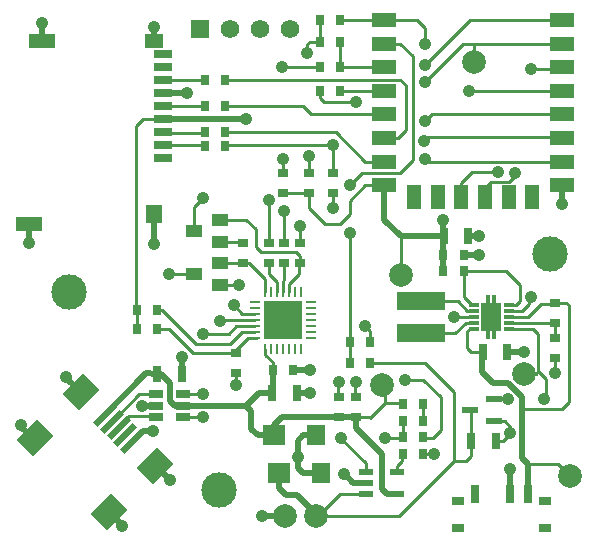
<source format=gtl>
%FSLAX33Y33*%
%MOMM*%
%AMRect-W670710-H870710-RO0.500*
21,1,0.67071,0.87071,0.,0.,270*%
%AMRect-W1500000-H4000000-RO1.500*
21,1,1.5,4.,0.,0.,90*%
%AMRect-W670710-H870710-RO1.000*
21,1,0.67071,0.87071,0.,0.,180*%
%AMRect-W1400000-H1000000-RO1.000*
21,1,1.4,1.,0.,0.,180*%
%AMRect-W670710-H870710-RO1.500*
21,1,0.67071,0.87071,0.,0.,90*%
%AMRect-W700000-H1600000-RO1.500*
21,1,0.7,1.6,0.,0.,90*%
%AMRect-W1200000-H1600000-RO0.500*
21,1,1.2,1.6,0.,0.,270*%
%AMRect-W1600000-H1400000-RO0.500*
21,1,1.6,1.4,0.,0.,270*%
%AMRect-W1200000-H2200000-RO0.500*
21,1,1.2,2.2,0.,0.,270*%
%AMRect-W280000-H850000-RO0.500*
21,1,0.28,0.85,0.,0.,270*%
%AMRect-W2400000-H1650000-RO0.500*
21,1,2.4,1.65,0.,0.,270*%
%AMRect-W700000-H280000-RO0.500*
21,1,0.7,0.28,0.,0.,270*%
%AMRect-W1280000-H550000-RO1.000*
21,1,1.28,0.55,0.,0.,180*%
%AMRect-W1520000-H1680000-RO1.000*
21,1,1.52,1.68,0.,0.,180*%
%AMRect-W1880000-H1680000-RO1.000*
21,1,1.88,1.68,0.,0.,180*%
%AMRect-W2300000-H500000-RO1.750*
21,1,2.3,0.5,0.,0.,45*%
%AMRect-W2500000-H2000000-RO1.750*
21,1,2.5,2.,0.,0.,45*%
%AMRect-W600000-H1200000-RO0.500*
21,1,0.6,1.2,0.,0.,270*%
%ADD10C,0.254*%
%ADD11C,0.508*%
%ADD12C,1.0668*%
%ADD13Rect-W670710-H870710-RO0.500*%
%ADD14Rect-W1500000-H4000000-RO1.500*%
%ADD15R,0.67071X0.87071*%
%ADD16Rect-W670710-H870710-RO1.000*%
%ADD17R,0.67071X1.32071*%
%ADD18Rect-W1400000-H1000000-RO1.000*%
%ADD19R,1.57X1.57*%
%ADD20C,1.57*%
%ADD21Rect-W670710-H870710-RO1.500*%
%ADD22C,2.*%
%ADD23Rect-W700000-H1600000-RO1.500*%
%ADD24Rect-W1200000-H1600000-RO0.500*%
%ADD25Rect-W1600000-H1400000-RO0.500*%
%ADD26Rect-W1200000-H2200000-RO0.500*%
%ADD27C,3.*%
%ADD28R,0.7X1.5*%
%ADD29R,1.X0.8*%
%ADD30R,1.22X0.62*%
%ADD31C,0.6*%
%ADD32Rect-W280000-H850000-RO0.500*%
%ADD33Rect-W2400000-H1650000-RO0.500*%
%ADD34Rect-W700000-H280000-RO0.500*%
%ADD35Rect-W1280000-H550000-RO1.000*%
%ADD36Rect-W1520000-H1680000-RO1.000*%
%ADD37Rect-W1880000-H1680000-RO1.000*%
%ADD38Rect-W2300000-H500000-RO1.750*%
%ADD39Rect-W2500000-H2000000-RO1.750*%
%ADD40Rect-W600000-H1200000-RO0.500*%
%ADD41R,2.X1.2*%
%ADD42R,1.2X2.*%
%ADD43R,0.9X0.25*%
%ADD44R,0.25X0.9*%
%ADD45R,3.25X3.25*%
D10*
%LNtop copper_traces*%
G01*
X35675Y34150D02*
X35300Y33775D01*
X20250Y27110D02*
X21050Y26310D01*
D11*
X12450Y27610D02*
X12450Y25075D01*
D10*
X31990Y8644D02*
X33440Y8644D01*
X19400Y14110D02*
X19400Y13135D01*
X42150Y10050D02*
X42600Y9600D01*
D11*
X20200Y11375D02*
X21300Y12475D01*
X23625Y3775D02*
X24554Y3775D01*
D10*
X24460Y24350D02*
X24785Y24025D01*
D11*
X1850Y26710D02*
X1850Y25175D01*
D10*
X35350Y42025D02*
X35350Y42025D01*
X21850Y15650D02*
X22475Y15025D01*
X46950Y34150D02*
X35675Y34150D01*
D11*
X13200Y37810D02*
X15200Y37810D01*
D10*
X25535Y28140D02*
X26925Y26750D01*
X33169Y2015D02*
X37850Y6696D01*
X28179Y40025D02*
X31750Y40025D01*
X31950Y34025D02*
X33100Y34025D01*
X21850Y16200D02*
X21850Y15650D01*
D11*
X14799Y14065D02*
X14799Y15475D01*
X22475Y14375D02*
X22475Y12535D01*
D10*
X18050Y25210D02*
X19950Y25210D01*
X44085Y18875D02*
X45225Y20015D01*
X31991Y11580D02*
X33350Y11580D01*
D11*
X8620Y2351D02*
X9696Y1275D01*
X29325Y4829D02*
X28604Y5550D01*
D10*
X36700Y12100D02*
X35250Y13550D01*
X29025Y14900D02*
X29025Y16635D01*
X15960Y16600D02*
X18890Y16600D01*
X39175Y17875D02*
X38975Y17675D01*
D11*
X32150Y3879D02*
X32964Y3879D01*
X25050Y5669D02*
X26470Y5669D01*
D10*
X36700Y9269D02*
X36075Y8644D01*
X13200Y34425D02*
X16679Y34425D01*
X28200Y3879D02*
X30344Y3879D01*
X31950Y36025D02*
X25690Y36025D01*
X23475Y22036D02*
X23475Y23475D01*
X24785Y24025D02*
X24785Y23535D01*
X23475Y25210D02*
X23475Y27828D01*
X31950Y32025D02*
X30325Y32025D01*
X33475Y10080D02*
X33475Y8680D01*
X13200Y33410D02*
X16679Y33410D01*
X33275Y31075D02*
X34350Y32150D01*
X28046Y12265D02*
X28046Y13335D01*
X19925Y19100D02*
X19175Y19850D01*
X13200Y36710D02*
X16765Y36710D01*
X29010Y16925D02*
X29025Y16635D01*
X44375Y39875D02*
X46950Y39875D01*
D11*
X2950Y42210D02*
X2950Y43750D01*
X24475Y12400D02*
X25675Y12400D01*
D10*
X29475Y12215D02*
X29475Y13247D01*
X13090Y19471D02*
X12699Y19471D01*
X37850Y6696D02*
X37850Y12525D01*
X39500Y17875D02*
X39175Y17875D01*
X41215Y10050D02*
X42150Y10050D01*
X37960Y17485D02*
X35025Y17485D01*
X22850Y21000D02*
X22850Y21865D01*
X18775Y17475D02*
X19400Y18100D01*
X20356Y17094D02*
X19463Y16200D01*
X25375Y41950D02*
X25375Y41221D01*
D11*
X13799Y11801D02*
X14225Y11375D01*
X24600Y6119D02*
X25050Y5669D01*
D10*
X38600Y42025D02*
X35350Y38775D01*
X33100Y34025D02*
X33775Y34700D01*
X33275Y31075D02*
X30060Y31075D01*
X18050Y21575D02*
X19625Y21575D01*
X46950Y32025D02*
X35600Y32025D01*
X40996Y30325D02*
X42450Y30325D01*
X17625Y17475D02*
X16550Y17475D01*
D11*
X20675Y9400D02*
X20675Y10900D01*
D10*
X10352Y10448D02*
X12624Y10448D01*
X13090Y19471D02*
X15960Y16600D01*
X47550Y19875D02*
X47550Y11675D01*
X38675Y22725D02*
X42275Y22725D01*
X44375Y39875D02*
X44375Y39875D01*
X25690Y36025D02*
X25065Y36700D01*
X26375Y40025D02*
X23304Y40025D01*
X23850Y21650D02*
X24725Y22525D01*
D11*
X13034Y14065D02*
X13799Y13300D01*
D10*
X47625Y5400D02*
X46635Y6390D01*
X35175Y11500D02*
X35175Y10080D01*
X22165Y22550D02*
X22165Y23471D01*
X45225Y20015D02*
X46340Y20015D01*
X28179Y42190D02*
X28179Y40104D01*
D11*
X43590Y12085D02*
X42400Y13275D01*
D10*
X42450Y19375D02*
X43560Y19375D01*
X22165Y22550D02*
X22850Y21865D01*
X43725Y14025D02*
X44740Y14025D01*
X42450Y18375D02*
X46375Y18375D01*
X19400Y15825D02*
X19400Y16200D01*
D11*
X21300Y12475D02*
X22225Y12475D01*
D10*
X46950Y38025D02*
X39125Y38025D01*
D11*
X20675Y9400D02*
X21200Y8875D01*
X42360Y15925D02*
X43725Y15925D01*
D10*
X30365Y6487D02*
X28296Y8556D01*
X38165Y20185D02*
X35025Y20185D01*
X33350Y25725D02*
X33350Y22450D01*
D11*
X29535Y9450D02*
X31700Y7285D01*
D10*
X36075Y8644D02*
X35175Y8644D01*
X35600Y32025D02*
X35350Y32275D01*
X46850Y36025D02*
X35950Y36025D01*
X26479Y37425D02*
X26829Y37075D01*
X41600Y31225D02*
X41600Y31300D01*
D11*
X24600Y6119D02*
X24600Y8400D01*
X16675Y11375D02*
X14225Y11375D01*
D10*
X19890Y17600D02*
X20950Y17600D01*
D11*
X11781Y14090D02*
X12624Y14065D01*
X46950Y30025D02*
X46950Y28450D01*
D10*
X17950Y23475D02*
X20500Y23475D01*
X28185Y38025D02*
X31950Y38025D01*
X18475Y34500D02*
X27850Y34500D01*
X35350Y42025D02*
X35350Y43350D01*
X27575Y31075D02*
X27575Y33410D01*
X35375Y15000D02*
X30900Y15000D01*
X11483Y35610D02*
X10950Y35077D01*
D11*
X41100Y13275D02*
X40200Y14175D01*
D10*
X42450Y19875D02*
X43075Y19875D01*
X35175Y7259D02*
X36175Y7259D01*
X45620Y13625D02*
X45620Y12085D01*
X39525Y40425D02*
X39525Y42025D01*
X42450Y30325D02*
X42975Y30850D01*
X25535Y28140D02*
X25535Y29350D01*
X26479Y38025D02*
X26479Y37425D01*
X24785Y26610D02*
X24785Y26610D01*
X26116Y2015D02*
X33169Y2015D01*
X21850Y22121D02*
X21850Y21000D01*
X42275Y22725D02*
X43425Y21575D01*
D11*
X38640Y24125D02*
X39950Y24125D01*
D10*
X29010Y25975D02*
X28985Y25950D01*
X47350Y20075D02*
X47550Y19875D01*
X26479Y42190D02*
X26479Y44025D01*
D11*
X33350Y25725D02*
X31950Y27125D01*
D10*
X30060Y31075D02*
X29010Y30025D01*
X46950Y11075D02*
X43590Y11075D01*
X15750Y15825D02*
X19025Y15825D01*
X46375Y17060D02*
X46375Y18375D01*
X42275Y6000D02*
X42600Y6000D01*
X46375Y20075D02*
X47350Y20075D01*
X39250Y7075D02*
X39250Y10935D01*
X38850Y18375D02*
X37960Y17485D01*
X29010Y25975D02*
X29010Y16925D01*
X41950Y8350D02*
X42600Y9000D01*
D11*
X31950Y27125D02*
X31950Y29900D01*
D10*
X39175Y44025D02*
X35350Y40200D01*
X18890Y16600D02*
X19890Y17600D01*
X18750Y18600D02*
X20950Y18600D01*
X33775Y34700D02*
X33775Y38475D01*
X44980Y17396D02*
X44980Y14265D01*
X39500Y18875D02*
X37875Y18875D01*
D11*
X8306Y10614D02*
X11781Y14090D01*
D10*
X23350Y21000D02*
X23350Y21911D01*
X44501Y17875D02*
X44980Y17396D01*
D11*
X29535Y9450D02*
X29535Y10284D01*
X2150Y8645D02*
X1194Y9600D01*
D10*
X38450Y30240D02*
X38450Y29025D01*
D11*
X24554Y3775D02*
X26116Y2213D01*
D10*
X29010Y28721D02*
X29010Y27575D01*
X35350Y43350D02*
X34675Y44025D01*
X14924Y12325D02*
X16550Y12325D01*
X39385Y31175D02*
X41600Y31175D01*
X23365Y31050D02*
X23365Y32290D01*
X23275Y29350D02*
X25535Y29350D01*
D11*
X39050Y25725D02*
X39950Y25725D01*
D10*
X26829Y37075D02*
X29500Y37075D01*
X15850Y28225D02*
X16550Y28925D01*
X44980Y14265D02*
X45620Y13625D01*
D11*
X36940Y22725D02*
X36940Y27060D01*
D10*
X30710Y16790D02*
X30710Y17690D01*
X15850Y26325D02*
X15850Y28225D01*
X42975Y31075D02*
X42975Y30950D01*
X46950Y44025D02*
X39175Y44025D01*
X38871Y6696D02*
X39250Y7075D01*
X43075Y19875D02*
X43425Y20225D01*
X33775Y38475D02*
X33275Y38975D01*
X43560Y19375D02*
X44200Y20015D01*
X31990Y8644D02*
X32025Y8680D01*
D11*
X24179Y14375D02*
X25675Y14375D01*
D10*
X39500Y18375D02*
X38850Y18375D01*
X29010Y28721D02*
X30315Y30025D01*
X25535Y31050D02*
X25535Y32500D01*
D11*
X40200Y14175D02*
X40200Y15925D01*
D10*
X28200Y3900D02*
X26315Y2015D01*
D11*
X13100Y35610D02*
X20215Y35610D01*
D10*
X33440Y6696D02*
X32994Y6250D01*
X46950Y42025D02*
X38600Y42025D01*
X43425Y21575D02*
X43425Y20225D01*
X18275Y33410D02*
X27560Y33410D01*
X44200Y20599D02*
X44501Y20900D01*
X31950Y30025D02*
X30315Y30025D01*
X32994Y6250D02*
X32994Y5788D01*
X39385Y31175D02*
X38450Y30240D01*
X25615Y42190D02*
X25375Y41950D01*
X42600Y9600D02*
X42600Y9000D01*
X29010Y27575D02*
X28185Y26750D01*
X23350Y21911D02*
X23475Y22036D01*
X18050Y27110D02*
X20250Y27110D01*
X30755Y10365D02*
X29495Y10365D01*
X27575Y29350D02*
X27575Y28075D01*
D11*
X23019Y5489D02*
X23019Y4381D01*
X23521Y2015D02*
X21550Y2015D01*
D10*
X17625Y17475D02*
X18775Y17475D01*
X9362Y9458D02*
X10352Y10448D01*
D11*
X44100Y3775D02*
X44100Y6390D01*
D10*
X14924Y10425D02*
X16550Y10425D01*
X39300Y15925D02*
X38950Y16275D01*
X25065Y36700D02*
X18435Y36700D01*
D11*
X23236Y10376D02*
X22575Y9715D01*
X11463Y9225D02*
X12332Y9225D01*
D10*
X39350Y19875D02*
X38675Y20550D01*
X18025Y18575D02*
X18050Y18600D01*
X30710Y17690D02*
X30300Y18100D01*
X44740Y14025D02*
X44980Y14265D01*
X20356Y17094D02*
X21169Y17094D01*
X20500Y23471D02*
X21850Y22121D01*
D11*
X21200Y8875D02*
X22575Y8875D01*
D10*
X15850Y22525D02*
X13675Y22525D01*
X40200Y15925D02*
X39300Y15925D01*
D11*
X16675Y11375D02*
X20200Y11375D01*
D10*
X13250Y38910D02*
X16765Y38910D01*
X21525Y24350D02*
X24460Y24350D01*
X8867Y10023D02*
X11169Y12325D01*
X21050Y24825D02*
X21525Y24350D01*
X30365Y5788D02*
X30365Y6487D01*
X45486Y11950D02*
X45620Y12085D01*
D11*
X31700Y4329D02*
X31700Y7285D01*
D10*
X30325Y32025D02*
X27850Y34500D01*
X36700Y9269D02*
X36700Y12100D01*
X47550Y11675D02*
X46950Y11075D01*
X37850Y6696D02*
X38871Y6696D01*
X44100Y6390D02*
X46635Y6390D01*
D11*
X20200Y11375D02*
X20675Y10900D01*
X25075Y8875D02*
X24600Y8400D01*
D10*
X38675Y20550D02*
X38675Y22690D01*
D11*
X43590Y6900D02*
X43590Y12085D01*
D10*
X18750Y18600D02*
X18050Y18600D01*
X28185Y26750D02*
X26925Y26750D01*
X40550Y29025D02*
X40550Y29879D01*
D11*
X30250Y4829D02*
X29325Y4829D01*
X12699Y14065D02*
X13034Y14065D01*
D10*
X33275Y42025D02*
X34350Y40950D01*
X31990Y11580D02*
X31990Y13076D01*
X41215Y11950D02*
X42400Y11950D01*
X10950Y19520D02*
X10950Y35077D01*
D11*
X6215Y12534D02*
X5174Y13575D01*
D10*
X31750Y42025D02*
X33275Y42025D01*
D11*
X12624Y11375D02*
X11450Y11375D01*
X12450Y42210D02*
X12450Y43450D01*
D10*
X19400Y18100D02*
X20950Y18100D01*
X21050Y26310D02*
X21050Y24825D01*
X11169Y12325D02*
X12624Y12325D01*
X13729Y17846D02*
X15750Y15825D01*
X39500Y19375D02*
X38975Y19375D01*
X46375Y15360D02*
X46375Y14150D01*
X13729Y17846D02*
X12699Y17846D01*
D11*
X13799Y13300D02*
X13799Y11801D01*
X42400Y13275D02*
X41100Y13275D01*
D10*
X35950Y36025D02*
X35350Y35425D01*
D11*
X23019Y4381D02*
X23625Y3775D01*
D10*
X10999Y17846D02*
X10999Y19422D01*
D11*
X44100Y6390D02*
X43590Y6900D01*
X33350Y25725D02*
X36940Y25725D01*
D10*
X42450Y18875D02*
X44085Y18875D01*
X34350Y32150D02*
X34350Y40950D01*
X30755Y10344D02*
X31991Y11580D01*
X33275Y38975D02*
X24134Y38975D01*
X24785Y26610D02*
X24785Y25210D01*
X35375Y15000D02*
X37850Y12525D01*
X33440Y7285D02*
X33440Y6696D01*
X28179Y44025D02*
X34675Y44025D01*
X20950Y19100D02*
X19925Y19100D01*
D11*
X23236Y10376D02*
X29536Y10376D01*
D10*
X44200Y20015D02*
X44200Y20599D01*
X18475Y38910D02*
X24069Y38910D01*
X40550Y29879D02*
X40996Y30325D01*
D11*
X22575Y8875D02*
X22575Y9715D01*
D10*
X22475Y15025D02*
X22475Y14375D01*
X25535Y32500D02*
X25535Y32500D01*
X33715Y13550D02*
X35250Y13550D01*
X41350Y8350D02*
X41950Y8350D01*
D11*
X31700Y4329D02*
X32150Y3879D01*
X12624Y6240D02*
X13814Y5050D01*
D10*
X23850Y21000D02*
X23850Y21650D01*
X13100Y35610D02*
X11483Y35610D01*
X22165Y25175D02*
X22165Y28621D01*
X24725Y22525D02*
X24725Y23415D01*
D11*
X10564Y8326D02*
X11463Y9225D01*
X42600Y4050D02*
X42600Y6000D01*
X25075Y8875D02*
X26155Y8875D01*
D10*
X42450Y17875D02*
X44501Y17875D01*
X26479Y42190D02*
X25615Y42190D01*
X38975Y19375D02*
X38165Y20185D01*
X38950Y16275D02*
X38950Y17650D01*
D12*
X35350Y32275D03*
X33715Y13550D03*
X43725Y15925D03*
X19175Y19850D03*
X22850Y17850D03*
X35350Y38775D03*
X42975Y31075D03*
X13675Y22525D03*
X22160Y28750D03*
X23475Y27828D03*
X25375Y41221D03*
X11450Y11375D03*
X19625Y21575D03*
X28296Y8644D03*
X19400Y13135D03*
X12450Y43450D03*
X29535Y13375D03*
X1850Y25175D03*
X29010Y25975D03*
X24785Y26610D03*
X25675Y14375D03*
X18025Y18575D03*
X16550Y28925D03*
X45486Y11950D03*
X35350Y40200D03*
X5025Y13750D03*
X21550Y2015D03*
X31990Y8644D03*
X23850Y19100D03*
X23850Y17850D03*
X14799Y15475D03*
X25535Y32500D03*
X42600Y9010D03*
X35300Y33775D03*
X36940Y27060D03*
X16550Y10425D03*
X16550Y12325D03*
X12332Y9225D03*
X2950Y43750D03*
X25675Y12400D03*
X30300Y18100D03*
X39950Y25725D03*
X42600Y6000D03*
X39125Y38025D03*
X22850Y19100D03*
X16550Y17475D03*
X23365Y32290D03*
X36175Y7259D03*
X44375Y20599D03*
X23304Y40025D03*
X13814Y5050D03*
X27575Y33410D03*
X37875Y18875D03*
X46375Y14150D03*
X46950Y28450D03*
X39950Y24125D03*
X35350Y42025D03*
X28517Y5550D03*
X1150Y9750D03*
X35350Y35425D03*
X12450Y25075D03*
X9750Y1200D03*
X27575Y28075D03*
X15200Y37810D03*
X44375Y39875D03*
X28081Y13375D03*
X41600Y31175D03*
X24600Y7050D03*
X29500Y37075D03*
X20215Y35610D03*
X42400Y11950D03*
X29010Y30025D03*
%LNtop copper component 0f6bbc825d3b9acc*%
D13*
X46375Y20050D03*
X46375Y18350D03*
%LNtop copper component b5f7dfc42feccbac*%
D14*
X35025Y17485D03*
X35025Y20185D03*
%LNtop copper component 486ebf370a6266ad*%
D15*
X26479Y44025D03*
X28179Y44025D03*
%LNtop copper component d38d5b245d314990*%
D16*
X18465Y34510D03*
X16765Y34510D03*
%LNtop copper component f6f6c710f3d5fc34*%
D17*
X22415Y12475D03*
X24515Y12475D03*
%LNtop copper component cb9ffe53114e7353*%
D18*
X18050Y25210D03*
X18050Y27110D03*
X15850Y26160D03*
%LNtop copper component 67c3e5d30430499a*%
D13*
X22160Y25175D03*
X22160Y23475D03*
%LNtop copper component 076615648775bf88*%
D17*
X40260Y15925D03*
X42360Y15925D03*
%LNtop copper component cca6af50c4a98013*%
D15*
X33475Y7259D03*
X35175Y7259D03*
%LNtop copper component 715ed7d0b1d3afca*%
D18*
X18050Y21575D03*
X18050Y23475D03*
X15850Y22525D03*
%LNtop copper component ac8baea792a2aaac*%
D19*
X16315Y43275D03*
D20*
X18855Y43275D03*
X21395Y43275D03*
X23935Y43275D03*
%LNtop copper component 9d8acad3d9d6a0d6*%
D21*
X23365Y29350D03*
X23365Y31050D03*
%LNtop copper component 03c325690ca4418d*%
D22*
X47625Y5400D03*
%LNtop copper component 40ec898d0e2ff914*%
X31700Y13076D03*
%LNtop copper component bae0712a27b4ea41*%
D15*
X33475Y8680D03*
X35175Y8680D03*
%LNtop copper component 63a34d2486bad1c4*%
D13*
X27575Y31050D03*
X27575Y29350D03*
%LNtop copper component e9e38080a465162a*%
D21*
X29535Y10365D03*
X29535Y12065D03*
%LNtop copper component 40d403f1b58e725a*%
X25535Y29350D03*
X25535Y31050D03*
%LNtop copper component eebbd8b22b528fb9*%
D23*
X13200Y32310D03*
X13200Y33410D03*
X13200Y34510D03*
X13200Y35610D03*
X13200Y36710D03*
X13200Y37810D03*
X13200Y38910D03*
X13200Y40010D03*
X13200Y41110D03*
D24*
X12450Y42210D03*
D25*
X12450Y27610D03*
D26*
X2950Y42210D03*
X1850Y26710D03*
%LNtop copper component 7a5c382ed73f7f01*%
D13*
X19400Y15810D03*
X19400Y14110D03*
%LNtop copper component 348ef3f49df1d6a5*%
D16*
X30710Y15000D03*
X29010Y15000D03*
%LNtop copper component d8a0c5ab795ca37c*%
D21*
X24785Y23475D03*
X24785Y25175D03*
%LNtop copper component 8aec1219b16a3ed0*%
D22*
X26116Y2015D03*
%LNtop copper component c15ab15aefc1d0d4*%
D27*
X46000Y24200D03*
%LNtop copper component 585378ffb4492eb4*%
D15*
X36940Y24125D03*
X38640Y24125D03*
%LNtop copper component 58a0b494729c8b0f*%
D13*
X23475Y25175D03*
X23475Y23475D03*
%LNtop copper component be3523eaeecb83a3*%
D28*
X42600Y3885D03*
X44100Y3885D03*
X39600Y3885D03*
D29*
X38200Y3285D03*
X38200Y0985D03*
X45500Y3285D03*
X45500Y0985D03*
%LNtop copper component b08b3aeb38ad64a9*%
D16*
X18465Y38910D03*
X16765Y38910D03*
%LNtop copper component 6bf5079ea5defa21*%
D30*
X30365Y5779D03*
X30365Y4829D03*
X30365Y3879D03*
X32985Y3879D03*
X32985Y5779D03*
%LNtop copper component 3289a17518b3d6e7*%
D31*
X40475Y19625D03*
X40475Y18125D03*
X41475Y19625D03*
X41475Y18125D03*
X40975Y18875D03*
D32*
X39500Y19875D03*
X39500Y19375D03*
X39500Y18875D03*
X39500Y18375D03*
X39500Y17875D03*
X42450Y17875D03*
X42450Y18375D03*
X42450Y18875D03*
X42450Y19375D03*
X42450Y19875D03*
D33*
X40975Y18875D03*
D34*
X40725Y20425D03*
X40725Y17325D03*
X41225Y20425D03*
X41225Y17325D03*
%LNtop copper component a8562578979f14ee*%
D35*
X41215Y10050D03*
X41215Y11950D03*
X39185Y11000D03*
%LNtop copper component a19249a7d97fb8cf*%
D13*
X46375Y17060D03*
X46375Y15360D03*
%LNtop copper component 1ac4e853d3c269f5*%
D15*
X22475Y14375D03*
X24175Y14375D03*
%LNtop copper component dd2aebd6988071a3*%
X10999Y19471D03*
X12699Y19471D03*
%LNtop copper component 6f19398e3a637eba*%
D21*
X28081Y10365D03*
X28081Y12065D03*
%LNtop copper component 7b06acf78c478343*%
D16*
X35175Y11500D03*
X33475Y11500D03*
%LNtop copper component ecfddb6ce83e4997*%
D36*
X26155Y8875D03*
D37*
X22575Y8875D03*
%LNtop copper component 0009601b2b7bb17d*%
D27*
X5250Y21000D03*
%LNtop copper component 196f46a316006fd3*%
D22*
X33350Y22450D03*
%LNtop copper component 8fb6001151396292*%
D27*
X17900Y4200D03*
%LNtop copper component 32500ce6d7552bec*%
D36*
X26599Y5669D03*
D37*
X23019Y5669D03*
%LNtop copper component 945664e6b963058c*%
D22*
X43725Y14025D03*
%LNtop copper component 29d9dd5f841c3255*%
D16*
X18465Y33325D03*
X16765Y33325D03*
%LNtop copper component ac187e3dfa2fb0b0*%
D22*
X39525Y40425D03*
%LNtop copper component cc942e27117a1124*%
D16*
X38640Y22725D03*
X36940Y22725D03*
%LNtop copper component 32fdad48a9229fea*%
D17*
X36950Y25725D03*
X39050Y25725D03*
%LNtop copper component 28271c4a93275f5c*%
D38*
X8301Y10589D03*
X8867Y10023D03*
X9433Y9458D03*
X9998Y8892D03*
X10564Y8326D03*
D39*
X2326Y8645D03*
X6215Y12534D03*
X8620Y2351D03*
X12509Y6240D03*
%LNtop copper component 1717958014e64759*%
D16*
X35175Y10080D03*
X33475Y10080D03*
%LNtop copper component 29d89bcfd640546a*%
D17*
X39250Y8350D03*
X41350Y8350D03*
%LNtop copper component 14e52fb64ffb705e*%
D16*
X18465Y36710D03*
X16765Y36710D03*
%LNtop copper component 7f8b45e1c2dd502c*%
D40*
X12624Y12325D03*
X12624Y11375D03*
X12624Y10425D03*
X14924Y10425D03*
X14924Y11375D03*
X14924Y12325D03*
%LNtop copper component 92a8953b046f1d64*%
D16*
X28179Y40025D03*
X26479Y40025D03*
%LNtop copper component a15209bcba32dbde*%
D15*
X26479Y42190D03*
X28179Y42190D03*
%LNtop copper component 0cf16f86440a554b*%
D41*
X31950Y44025D03*
X31950Y42025D03*
X31950Y40025D03*
X31950Y38025D03*
X31950Y36025D03*
X31950Y34025D03*
X31950Y32025D03*
X31950Y30025D03*
X46950Y30025D03*
X46950Y32025D03*
X46950Y34025D03*
X46950Y36025D03*
X46950Y38025D03*
X46950Y40025D03*
X46950Y42025D03*
X46950Y44025D03*
D42*
X34450Y29025D03*
X36450Y29025D03*
X38450Y29025D03*
X40450Y29025D03*
X42450Y29025D03*
X44450Y29025D03*
%LNtop copper component 340e420777b80da6*%
D22*
X23521Y2015D03*
%LNtop copper component b1720f8b90caa6c0*%
D15*
X26485Y38025D03*
X28185Y38025D03*
%LNtop copper component 73a5e44f660ff0af*%
D17*
X12699Y14065D03*
X14799Y14065D03*
%LNtop copper component dcefecd9652566ea*%
D15*
X29010Y16790D03*
X30710Y16790D03*
%LNtop copper component 8f391d09d547739e*%
D43*
X20950Y20100D03*
X20950Y19600D03*
X20950Y19100D03*
X20950Y18600D03*
X20950Y18100D03*
X20950Y17600D03*
X20950Y17100D03*
X25750Y17100D03*
X25750Y17600D03*
X25750Y18100D03*
X25750Y18600D03*
X25750Y19100D03*
X25750Y19600D03*
X25750Y20100D03*
D44*
X21850Y16200D03*
X22350Y16200D03*
X22850Y16200D03*
X23350Y16200D03*
X23850Y16200D03*
X24350Y16200D03*
X24850Y16200D03*
X24850Y21000D03*
X24350Y21000D03*
X23850Y21000D03*
X23350Y21000D03*
X22850Y21000D03*
X22350Y21000D03*
X21850Y21000D03*
D45*
X23350Y18600D03*
%LNtop copper component 465837ab5bd8404d*%
D15*
X10999Y17846D03*
X12699Y17846D03*
%LNtop copper component a90cc3663dad593a*%
D21*
X19950Y23475D03*
X19950Y25175D03*
M02*
</source>
